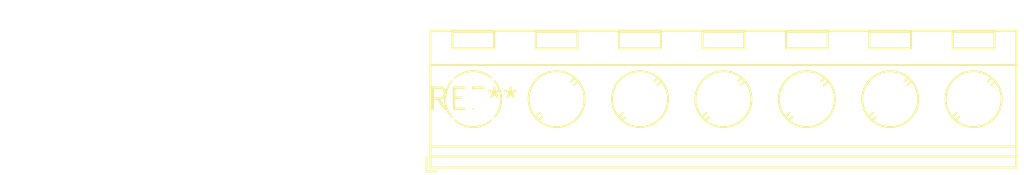
<source format=kicad_pcb>
(kicad_pcb (version 20240108) (generator pcbnew)
  (layers (0 "F.Cu" signal) (31 "B.Cu" signal) (34 "B.Paste" user) (35 "F.Paste" user) (36 "B.SilkS" user "B.Silkscreen") (37 "F.SilkS" user "F.Silkscreen") (38 "B.Mask" user) (39 "F.Mask" user) (44 "Edge.Cuts" user))
  (net 0 "")
  (footprint "TerminalBlock_RND_205-00050_1x07_P5.00mm_Horizontal" (layer "F.Cu") (at 0 0)
    (property "Reference" "REF**")
    (property "Value" "TerminalBlock_RND_205-00050_1x07_P5.00mm_Horizontal")
    (fp_line (start -2.8 3.51) (end -2.8 4.35) (layer "F.SilkS") (stroke (width 0.12)))
    (fp_line (start -2.8 4.35) (end -2.2 4.35) (layer "F.SilkS") (stroke (width 0.12)))
    (fp_line (start -2.56 -4.11) (end -2.56 4.11) (layer "F.SilkS") (stroke (width 0.12)))
    (fp_line (start -2.56 -4.11) (end 32.56 -4.11) (layer "F.SilkS") (stroke (width 0.12)))
    (fp_line (start -2.56 -2.05) (end 32.56 -2.05) (layer "F.SilkS") (stroke (width 0.12)))
    (fp_line (start -2.56 2.85) (end 32.56 2.85) (layer "F.SilkS") (stroke (width 0.12)))
    (fp_line (start -2.56 3.45) (end 32.56 3.45) (layer "F.SilkS") (stroke (width 0.12)))
    (fp_line (start -2.56 4.11) (end 32.56 4.11) (layer "F.SilkS") (stroke (width 0.12)))
    (fp_line (start -1.25 -4.05) (end -1.25 -3.05) (layer "F.SilkS") (stroke (width 0.12)))
    (fp_line (start -1.25 -4.05) (end 1.25 -4.05) (layer "F.SilkS") (stroke (width 0.12)))
    (fp_line (start -1.25 -3.05) (end 1.25 -3.05) (layer "F.SilkS") (stroke (width 0.12)))
    (fp_line (start 1.25 -4.05) (end 1.25 -3.05) (layer "F.SilkS") (stroke (width 0.12)))
    (fp_line (start 3.75 -4.05) (end 3.75 -3.05) (layer "F.SilkS") (stroke (width 0.12)))
    (fp_line (start 3.75 -4.05) (end 6.25 -4.05) (layer "F.SilkS") (stroke (width 0.12)))
    (fp_line (start 3.75 -3.05) (end 6.25 -3.05) (layer "F.SilkS") (stroke (width 0.12)))
    (fp_line (start 3.972 0.823) (end 3.726 1.069) (layer "F.SilkS") (stroke (width 0.12)))
    (fp_line (start 4.13 1.075) (end 3.931 1.274) (layer "F.SilkS") (stroke (width 0.12)))
    (fp_line (start 6.07 -1.275) (end 5.859 -1.064) (layer "F.SilkS") (stroke (width 0.12)))
    (fp_line (start 6.25 -4.05) (end 6.25 -3.05) (layer "F.SilkS") (stroke (width 0.12)))
    (fp_line (start 6.275 -1.069) (end 6.029 -0.823) (layer "F.SilkS") (stroke (width 0.12)))
    (fp_line (start 8.75 -4.05) (end 8.75 -3.05) (layer "F.SilkS") (stroke (width 0.12)))
    (fp_line (start 8.75 -4.05) (end 11.25 -4.05) (layer "F.SilkS") (stroke (width 0.12)))
    (fp_line (start 8.75 -3.05) (end 11.25 -3.05) (layer "F.SilkS") (stroke (width 0.12)))
    (fp_line (start 8.972 0.823) (end 8.726 1.069) (layer "F.SilkS") (stroke (width 0.12)))
    (fp_line (start 9.13 1.075) (end 8.931 1.274) (layer "F.SilkS") (stroke (width 0.12)))
    (fp_line (start 11.07 -1.275) (end 10.859 -1.064) (layer "F.SilkS") (stroke (width 0.12)))
    (fp_line (start 11.25 -4.05) (end 11.25 -3.05) (layer "F.SilkS") (stroke (width 0.12)))
    (fp_line (start 11.275 -1.069) (end 11.029 -0.823) (layer "F.SilkS") (stroke (width 0.12)))
    (fp_line (start 13.75 -4.05) (end 13.75 -3.05) (layer "F.SilkS") (stroke (width 0.12)))
    (fp_line (start 13.75 -4.05) (end 16.25 -4.05) (layer "F.SilkS") (stroke (width 0.12)))
    (fp_line (start 13.75 -3.05) (end 16.25 -3.05) (layer "F.SilkS") (stroke (width 0.12)))
    (fp_line (start 13.972 0.823) (end 13.726 1.069) (layer "F.SilkS") (stroke (width 0.12)))
    (fp_line (start 14.13 1.075) (end 13.931 1.274) (layer "F.SilkS") (stroke (width 0.12)))
    (fp_line (start 16.07 -1.275) (end 15.859 -1.064) (layer "F.SilkS") (stroke (width 0.12)))
    (fp_line (start 16.25 -4.05) (end 16.25 -3.05) (layer "F.SilkS") (stroke (width 0.12)))
    (fp_line (start 16.275 -1.069) (end 16.029 -0.823) (layer "F.SilkS") (stroke (width 0.12)))
    (fp_line (start 18.75 -4.05) (end 18.75 -3.05) (layer "F.SilkS") (stroke (width 0.12)))
    (fp_line (start 18.75 -4.05) (end 21.25 -4.05) (layer "F.SilkS") (stroke (width 0.12)))
    (fp_line (start 18.75 -3.05) (end 21.25 -3.05) (layer "F.SilkS") (stroke (width 0.12)))
    (fp_line (start 18.972 0.823) (end 18.726 1.069) (layer "F.SilkS") (stroke (width 0.12)))
    (fp_line (start 19.13 1.075) (end 18.931 1.274) (layer "F.SilkS") (stroke (width 0.12)))
    (fp_line (start 21.07 -1.275) (end 20.859 -1.064) (layer "F.SilkS") (stroke (width 0.12)))
    (fp_line (start 21.25 -4.05) (end 21.25 -3.05) (layer "F.SilkS") (stroke (width 0.12)))
    (fp_line (start 21.275 -1.069) (end 21.029 -0.823) (layer "F.SilkS") (stroke (width 0.12)))
    (fp_line (start 23.75 -4.05) (end 23.75 -3.05) (layer "F.SilkS") (stroke (width 0.12)))
    (fp_line (start 23.75 -4.05) (end 26.25 -4.05) (layer "F.SilkS") (stroke (width 0.12)))
    (fp_line (start 23.75 -3.05) (end 26.25 -3.05) (layer "F.SilkS") (stroke (width 0.12)))
    (fp_line (start 23.972 0.823) (end 23.726 1.069) (layer "F.SilkS") (stroke (width 0.12)))
    (fp_line (start 24.13 1.075) (end 23.931 1.274) (layer "F.SilkS") (stroke (width 0.12)))
    (fp_line (start 26.07 -1.275) (end 25.859 -1.064) (layer "F.SilkS") (stroke (width 0.12)))
    (fp_line (start 26.25 -4.05) (end 26.25 -3.05) (layer "F.SilkS") (stroke (width 0.12)))
    (fp_line (start 26.275 -1.069) (end 26.029 -0.823) (layer "F.SilkS") (stroke (width 0.12)))
    (fp_line (start 28.75 -4.05) (end 28.75 -3.05) (layer "F.SilkS") (stroke (width 0.12)))
    (fp_line (start 28.75 -4.05) (end 31.25 -4.05) (layer "F.SilkS") (stroke (width 0.12)))
    (fp_line (start 28.75 -3.05) (end 31.25 -3.05) (layer "F.SilkS") (stroke (width 0.12)))
    (fp_line (start 28.972 0.823) (end 28.726 1.069) (layer "F.SilkS") (stroke (width 0.12)))
    (fp_line (start 29.13 1.075) (end 28.931 1.274) (layer "F.SilkS") (stroke (width 0.12)))
    (fp_line (start 31.07 -1.275) (end 30.859 -1.064) (layer "F.SilkS") (stroke (width 0.12)))
    (fp_line (start 31.25 -4.05) (end 31.25 -3.05) (layer "F.SilkS") (stroke (width 0.12)))
    (fp_line (start 31.275 -1.069) (end 31.029 -0.823) (layer "F.SilkS") (stroke (width 0.12)))
    (fp_line (start 32.56 -4.11) (end 32.56 4.11) (layer "F.SilkS") (stroke (width 0.12)))
    (fp_arc (start -1.288062 1.079734) (mid -1.680752 -0.000826) (end -1.287 -1.081) (layer "F.SilkS") (stroke (width 0.12)))
    (fp_arc (start -1.079908 -1.287078) (mid 6e-05 -1.68011) (end 1.08 -1.287) (layer "F.SilkS") (stroke (width 0.12)))
    (fp_arc (start 0.028507 1.680511) (mid -0.561826 1.584071) (end -1.081 1.287) (layer "F.SilkS") (stroke (width 0.12)))
    (fp_arc (start 1.079883 1.286955) (mid 0.574594 1.578684) (end 0 1.68) (layer "F.SilkS") (stroke (width 0.12)))
    (fp_arc (start 1.287078 -1.079908) (mid 1.68011 6e-05) (end 1.287 1.08) (layer "F.SilkS") (stroke (width 0.12)))
    (fp_circle (center 5 0) (end 6.68 0) (layer "F.SilkS") (stroke (width 0.12)) (fill none))
    (fp_circle (center 10 0) (end 11.68 0) (layer "F.SilkS") (stroke (width 0.12)) (fill none))
    (fp_circle (center 15 0) (end 16.68 0) (layer "F.SilkS") (stroke (width 0.12)) (fill none))
    (fp_circle (center 20 0) (end 21.68 0) (layer "F.SilkS") (stroke (width 0.12)) (fill none))
    (fp_circle (center 25 0) (end 26.68 0) (layer "F.SilkS") (stroke (width 0.12)) (fill none))
    (fp_circle (center 30 0) (end 31.68 0) (layer "F.SilkS") (stroke (width 0.12)) (fill none))
    (pad "1" thru_hole rect (at 0 0) (size 2.1 2.1) (drill 1.1) (layers *.Cu *.Mask) (remove_unused_layers))
    (pad "2" thru_hole circle (at 5 0) (size 2.1 2.1) (drill 1.1) (layers *.Cu *.Mask) (remove_unused_layers))
    (pad "3" thru_hole circle (at 10 0) (size 2.1 2.1) (drill 1.1) (layers *.Cu *.Mask) (remove_unused_layers))
    (pad "4" thru_hole circle (at 15 0) (size 2.1 2.1) (drill 1.1) (layers *.Cu *.Mask) (remove_unused_layers))
    (pad "5" thru_hole circle (at 20 0) (size 2.1 2.1) (drill 1.1) (layers *.Cu *.Mask) (remove_unused_layers))
    (pad "6" thru_hole circle (at 25 0) (size 2.1 2.1) (drill 1.1) (layers *.Cu *.Mask) (remove_unused_layers))
    (pad "7" thru_hole circle (at 30 0) (size 2.1 2.1) (drill 1.1) (layers *.Cu *.Mask) (remove_unused_layers))
  )
)
</source>
